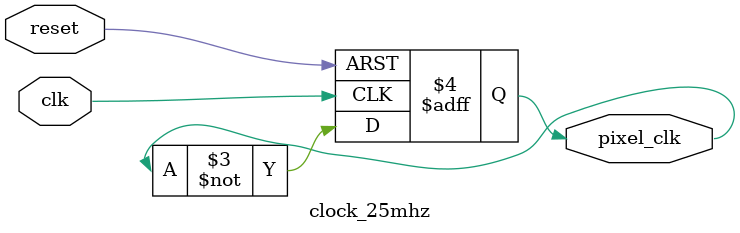
<source format=v>
`timescale 1ns / 1ps
module clock_25mhz(
    input clk,
	 input reset,
    output reg pixel_clk
);
	 
always @(posedge clk or negedge reset)
begin
	if(!reset)
		pixel_clk = 0;
	else
		pixel_clk = ~pixel_clk;
end

endmodule

</source>
